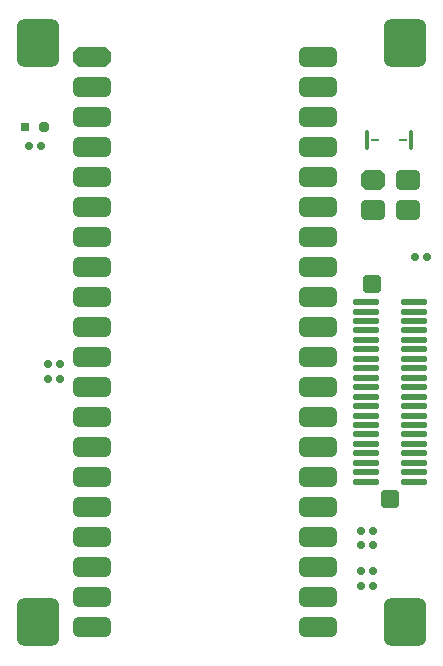
<source format=gbr>
%TF.GenerationSoftware,Altium Limited,Altium Designer,25.5.2 (35)*%
G04 Layer_Color=255*
%FSLAX45Y45*%
%MOMM*%
%TF.SameCoordinates,04C475F5-62FD-4A33-8D44-780EF8A6E366*%
%TF.FilePolarity,Positive*%
%TF.FileFunction,Pads,Top*%
%TF.Part,Single*%
G01*
G75*
%TA.AperFunction,SMDPad,CuDef*%
G04:AMPARAMS|DCode=10|XSize=0.6mm|YSize=0.6mm|CornerRadius=0.15mm|HoleSize=0mm|Usage=FLASHONLY|Rotation=90.000|XOffset=0mm|YOffset=0mm|HoleType=Round|Shape=RoundedRectangle|*
%AMROUNDEDRECTD10*
21,1,0.60000,0.30000,0,0,90.0*
21,1,0.30000,0.60000,0,0,90.0*
1,1,0.30000,0.15000,0.15000*
1,1,0.30000,0.15000,-0.15000*
1,1,0.30000,-0.15000,-0.15000*
1,1,0.30000,-0.15000,0.15000*
%
%ADD10ROUNDEDRECTD10*%
G04:AMPARAMS|DCode=11|XSize=2.2mm|YSize=0.5mm|CornerRadius=0.125mm|HoleSize=0mm|Usage=FLASHONLY|Rotation=180.000|XOffset=0mm|YOffset=0mm|HoleType=Round|Shape=RoundedRectangle|*
%AMROUNDEDRECTD11*
21,1,2.20000,0.25000,0,0,180.0*
21,1,1.95000,0.50000,0,0,180.0*
1,1,0.25000,-0.97500,0.12500*
1,1,0.25000,0.97500,0.12500*
1,1,0.25000,0.97500,-0.12500*
1,1,0.25000,-0.97500,-0.12500*
%
%ADD11ROUNDEDRECTD11*%
G04:AMPARAMS|DCode=12|XSize=0.8mm|YSize=0.8mm|CornerRadius=0.2mm|HoleSize=0mm|Usage=FLASHONLY|Rotation=90.000|XOffset=0mm|YOffset=0mm|HoleType=Round|Shape=RoundedRectangle|*
%AMROUNDEDRECTD12*
21,1,0.80000,0.40000,0,0,90.0*
21,1,0.40000,0.80000,0,0,90.0*
1,1,0.40000,0.20000,0.20000*
1,1,0.40000,0.20000,-0.20000*
1,1,0.40000,-0.20000,-0.20000*
1,1,0.40000,-0.20000,0.20000*
%
%ADD12ROUNDEDRECTD12*%
%ADD13R,0.80000X0.80000*%
%ADD14R,0.70000X0.24000*%
%ADD15O,0.30000X1.70000*%
%TA.AperFunction,ComponentPad*%
G04:AMPARAMS|DCode=17|XSize=1.55mm|YSize=1.6mm|CornerRadius=0.3875mm|HoleSize=0mm|Usage=FLASHONLY|Rotation=270.000|XOffset=0mm|YOffset=0mm|HoleType=Round|Shape=RoundedRectangle|*
%AMROUNDEDRECTD17*
21,1,1.55000,0.82500,0,0,270.0*
21,1,0.77500,1.60000,0,0,270.0*
1,1,0.77500,-0.41250,-0.38750*
1,1,0.77500,-0.41250,0.38750*
1,1,0.77500,0.41250,0.38750*
1,1,0.77500,0.41250,-0.38750*
%
%ADD17ROUNDEDRECTD17*%
G04:AMPARAMS|DCode=18|XSize=1.7mm|YSize=3.2mm|CornerRadius=0mm|HoleSize=0mm|Usage=FLASHONLY|Rotation=270.000|XOffset=0mm|YOffset=0mm|HoleType=Round|Shape=Octagon|*
%AMOCTAGOND18*
4,1,8,1.60000,0.42500,1.60000,-0.42500,1.17500,-0.85000,-1.17500,-0.85000,-1.60000,-0.42500,-1.60000,0.42500,-1.17500,0.85000,1.17500,0.85000,1.60000,0.42500,0.0*
%
%ADD18OCTAGOND18*%

G04:AMPARAMS|DCode=19|XSize=1.7mm|YSize=3.2mm|CornerRadius=0.425mm|HoleSize=0mm|Usage=FLASHONLY|Rotation=90.000|XOffset=0mm|YOffset=0mm|HoleType=Round|Shape=RoundedRectangle|*
%AMROUNDEDRECTD19*
21,1,1.70000,2.35001,0,0,90.0*
21,1,0.85000,3.20000,0,0,90.0*
1,1,0.85000,1.17500,0.42500*
1,1,0.85000,1.17500,-0.42500*
1,1,0.85000,-1.17500,-0.42500*
1,1,0.85000,-1.17500,0.42500*
%
%ADD19ROUNDEDRECTD19*%
G04:AMPARAMS|DCode=20|XSize=4mm|YSize=3.6mm|CornerRadius=0.54mm|HoleSize=0mm|Usage=FLASHONLY|Rotation=90.000|XOffset=0mm|YOffset=0mm|HoleType=Round|Shape=RoundedRectangle|*
%AMROUNDEDRECTD20*
21,1,4.00000,2.52000,0,0,90.0*
21,1,2.92000,3.60000,0,0,90.0*
1,1,1.08000,1.26000,1.46000*
1,1,1.08000,1.26000,-1.46000*
1,1,1.08000,-1.26000,-1.46000*
1,1,1.08000,-1.26000,1.46000*
%
%ADD20ROUNDEDRECTD20*%
G04:AMPARAMS|DCode=21|XSize=1.7mm|YSize=2.1mm|CornerRadius=0.425mm|HoleSize=0mm|Usage=FLASHONLY|Rotation=270.000|XOffset=0mm|YOffset=0mm|HoleType=Round|Shape=RoundedRectangle|*
%AMROUNDEDRECTD21*
21,1,1.70000,1.25001,0,0,270.0*
21,1,0.85000,2.10000,0,0,270.0*
1,1,0.85000,-0.62500,-0.42500*
1,1,0.85000,-0.62500,0.42500*
1,1,0.85000,0.62500,0.42500*
1,1,0.85000,0.62500,-0.42500*
%
%ADD21ROUNDEDRECTD21*%
G04:AMPARAMS|DCode=22|XSize=1.7mm|YSize=2.1mm|CornerRadius=0mm|HoleSize=0mm|Usage=FLASHONLY|Rotation=270.000|XOffset=0mm|YOffset=0mm|HoleType=Round|Shape=Octagon|*
%AMOCTAGOND22*
4,1,8,1.05000,0.42500,1.05000,-0.42500,0.62500,-0.85000,-0.62500,-0.85000,-1.05000,-0.42500,-1.05000,0.42500,-0.62500,0.85000,0.62500,0.85000,1.05000,0.42500,0.0*
%
%ADD22OCTAGOND22*%

D10*
X3490000Y3390000D02*
D03*
X3590000D02*
D03*
X220000Y4330000D02*
D03*
X320000D02*
D03*
X3130000Y610000D02*
D03*
X3030000D02*
D03*
X3130000Y950000D02*
D03*
X3030000D02*
D03*
X3130000Y730000D02*
D03*
X3030000D02*
D03*
X3130000Y1070000D02*
D03*
X3030000D02*
D03*
X480000Y2360000D02*
D03*
X380000D02*
D03*
X480000Y2490000D02*
D03*
X380000D02*
D03*
D11*
X3480000Y1490000D02*
D03*
Y1570000D02*
D03*
Y1650000D02*
D03*
Y1730000D02*
D03*
Y1810000D02*
D03*
Y1890000D02*
D03*
Y1970000D02*
D03*
Y2050000D02*
D03*
Y2130000D02*
D03*
Y2210000D02*
D03*
Y2290000D02*
D03*
Y2370000D02*
D03*
Y2450000D02*
D03*
Y2530000D02*
D03*
Y2610000D02*
D03*
Y2690000D02*
D03*
Y2770000D02*
D03*
Y2850000D02*
D03*
Y2930000D02*
D03*
X3074000Y1490000D02*
D03*
Y1570000D02*
D03*
Y1650000D02*
D03*
Y1730000D02*
D03*
Y1810000D02*
D03*
Y1890000D02*
D03*
Y1970000D02*
D03*
Y2050000D02*
D03*
Y2130000D02*
D03*
Y2210000D02*
D03*
Y2290000D02*
D03*
Y2370000D02*
D03*
Y2450000D02*
D03*
Y2530000D02*
D03*
Y2610000D02*
D03*
Y2690000D02*
D03*
Y2770000D02*
D03*
Y2850000D02*
D03*
Y2930000D02*
D03*
X3480000Y3010000D02*
D03*
X3074000D02*
D03*
D12*
X350000Y4490000D02*
D03*
D13*
X190000D02*
D03*
D14*
X3390000Y4380000D02*
D03*
X3150000D02*
D03*
D15*
X3455000D02*
D03*
X3085000D02*
D03*
D17*
X3127000Y3160000D02*
D03*
X3277000Y1340000D02*
D03*
D18*
X750000Y5088000D02*
D03*
D19*
X2668000Y262000D02*
D03*
Y516000D02*
D03*
Y770000D02*
D03*
Y1024000D02*
D03*
Y1278000D02*
D03*
Y1532000D02*
D03*
Y1786000D02*
D03*
Y2040000D02*
D03*
Y2294000D02*
D03*
Y2548000D02*
D03*
Y2802000D02*
D03*
Y3056000D02*
D03*
Y3310000D02*
D03*
Y3564000D02*
D03*
Y3818000D02*
D03*
Y4072000D02*
D03*
Y4326000D02*
D03*
Y4580000D02*
D03*
Y4834000D02*
D03*
Y5088000D02*
D03*
X750000Y262000D02*
D03*
Y516000D02*
D03*
Y770000D02*
D03*
Y1024000D02*
D03*
Y1278000D02*
D03*
Y1532000D02*
D03*
Y1786000D02*
D03*
Y2040000D02*
D03*
Y2294000D02*
D03*
Y2548000D02*
D03*
Y2802000D02*
D03*
Y3056000D02*
D03*
Y3310000D02*
D03*
Y3564000D02*
D03*
Y3818000D02*
D03*
Y4072000D02*
D03*
Y4326000D02*
D03*
Y4580000D02*
D03*
Y4834000D02*
D03*
D20*
X3400000Y5200000D02*
D03*
X300000Y300000D02*
D03*
Y5200000D02*
D03*
X3400000Y300000D02*
D03*
D21*
X3136000Y3790000D02*
D03*
X3430000D02*
D03*
Y4044000D02*
D03*
D22*
X3136000D02*
D03*
%TF.MD5,f15a97a7698676ed54689ab84b3cc9ed*%
M02*

</source>
